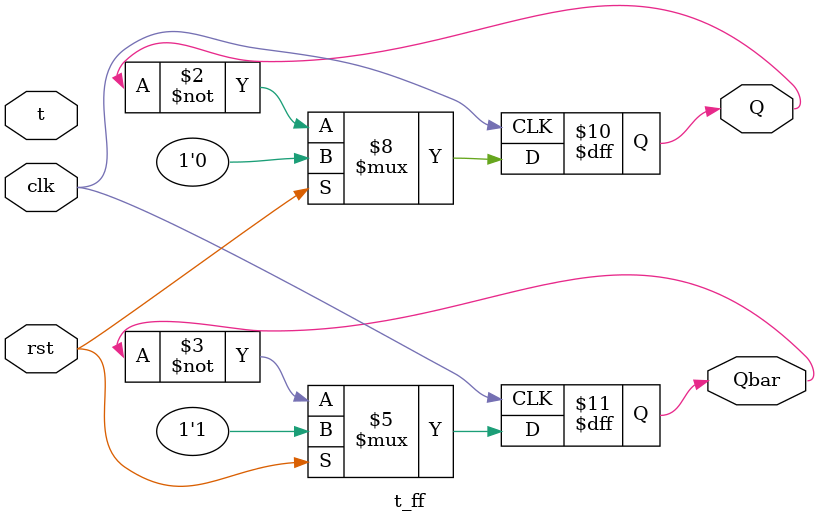
<source format=v>
module t_ff (
    input t,clk,rst,
    output reg Q,Qbar
);

always @(posedge clk ) begin
    if(rst) begin
        Q<=0;
        Qbar<=1;
    end else
    begin
        Q=~Q;
        Qbar=~Qbar;
    end
end
    
endmodule
</source>
